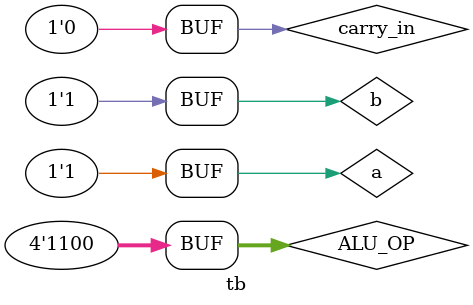
<source format=v>
module tb
();

reg a;
reg b;
reg carry_in;
reg [3:0] ALU_OP;
wire result;
wire carry_out;

ALU_1_bit alu1
(
.a(a),
.b(b),
.carry_in(carry_in),
.ALU_OP(ALU_OP),
.result(result),
.carry_out(carry_out)
);

initial
begin
a=1'b1;
b=1'b1;
ALU_OP=4'b0000;
carry_in = 1'b0;
#10
a=1'b1;
b=1'b1;
ALU_OP=4'b0001;
carry_in = 1'b0;

#10
a=1'b1;
b=1'b1;
ALU_OP=4'b0010;
carry_in = 1'b0;

#10
a=1'b1;
b=1'b1;
ALU_OP=4'b0110;
carry_in = 1'b1;

#10
a=1'b1;
b=1'b1;
ALU_OP=4'b1100;
carry_in = 1'b0;
end
initial
$monitor("result", result);

endmodule
</source>
